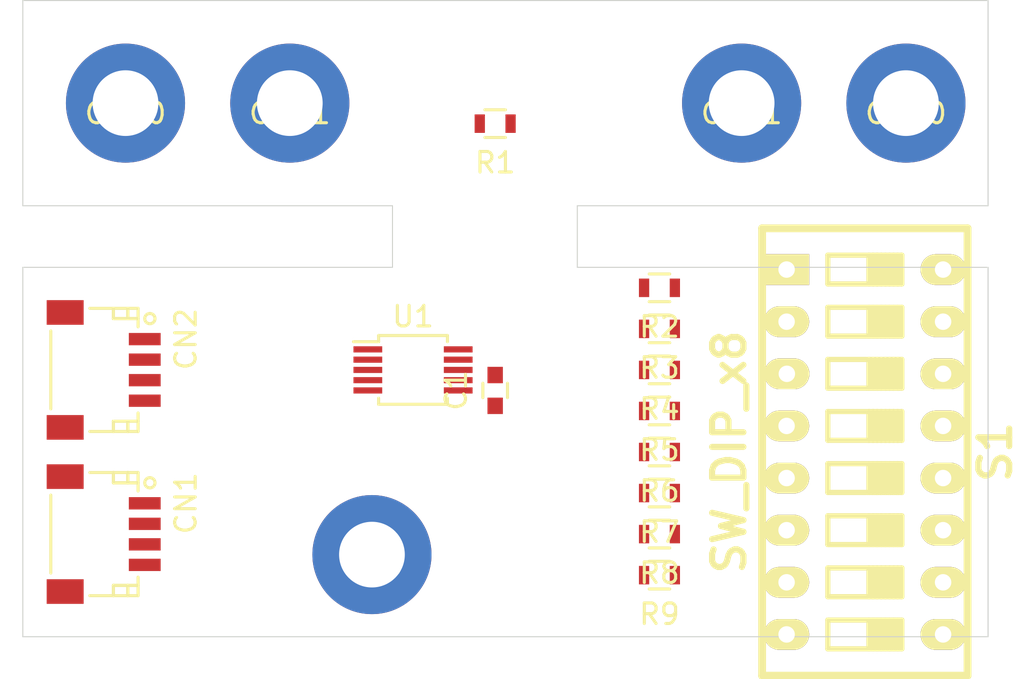
<source format=kicad_pcb>
(kicad_pcb (version 20171130) (host pcbnew 5.1.6-c6e7f7d~87~ubuntu18.04.1)

  (general
    (thickness 1.6)
    (drawings 12)
    (tracks 0)
    (zones 0)
    (modules 19)
    (nets 17)
  )

  (page A4)
  (layers
    (0 F.Cu signal)
    (31 B.Cu signal)
    (32 B.Adhes user)
    (33 F.Adhes user)
    (34 B.Paste user)
    (35 F.Paste user)
    (36 B.SilkS user)
    (37 F.SilkS user)
    (38 B.Mask user)
    (39 F.Mask user)
    (40 Dwgs.User user)
    (41 Cmts.User user)
    (42 Eco1.User user)
    (43 Eco2.User user)
    (44 Edge.Cuts user)
    (45 Margin user)
    (46 B.CrtYd user)
    (47 F.CrtYd user)
    (48 B.Fab user)
    (49 F.Fab user)
  )

  (setup
    (last_trace_width 0.25)
    (trace_clearance 0.2)
    (zone_clearance 0.508)
    (zone_45_only no)
    (trace_min 0.2)
    (via_size 0.8)
    (via_drill 0.4)
    (via_min_size 0.4)
    (via_min_drill 0.3)
    (uvia_size 0.3)
    (uvia_drill 0.1)
    (uvias_allowed no)
    (uvia_min_size 0.2)
    (uvia_min_drill 0.1)
    (edge_width 0.05)
    (segment_width 0.2)
    (pcb_text_width 0.3)
    (pcb_text_size 1.5 1.5)
    (mod_edge_width 0.12)
    (mod_text_size 1 1)
    (mod_text_width 0.15)
    (pad_size 1.524 1.524)
    (pad_drill 0.762)
    (pad_to_mask_clearance 0.05)
    (aux_axis_origin 0 0)
    (visible_elements FFFFFF7F)
    (pcbplotparams
      (layerselection 0x010fc_ffffffff)
      (usegerberextensions false)
      (usegerberattributes true)
      (usegerberadvancedattributes true)
      (creategerberjobfile true)
      (excludeedgelayer true)
      (linewidth 0.100000)
      (plotframeref false)
      (viasonmask false)
      (mode 1)
      (useauxorigin false)
      (hpglpennumber 1)
      (hpglpenspeed 20)
      (hpglpendiameter 15.000000)
      (psnegative false)
      (psa4output false)
      (plotreference true)
      (plotvalue true)
      (plotinvisibletext false)
      (padsonsilk false)
      (subtractmaskfromsilk false)
      (outputformat 1)
      (mirror false)
      (drillshape 1)
      (scaleselection 1)
      (outputdirectory ""))
  )

  (net 0 "")
  (net 1 +3V3)
  (net 2 GND)
  (net 3 /I2C_SDA)
  (net 4 /I2C_SCL)
  (net 5 "Net-(CN10-Pad1)")
  (net 6 "Net-(CN20-Pad1)")
  (net 7 "Net-(R2-Pad1)")
  (net 8 "Net-(R2-Pad2)")
  (net 9 "Net-(R3-Pad1)")
  (net 10 "Net-(R4-Pad1)")
  (net 11 "Net-(R5-Pad1)")
  (net 12 "Net-(R6-Pad1)")
  (net 13 "Net-(R6-Pad2)")
  (net 14 "Net-(R7-Pad1)")
  (net 15 "Net-(R8-Pad1)")
  (net 16 "Net-(R9-Pad1)")

  (net_class Default "This is the default net class."
    (clearance 0.2)
    (trace_width 0.25)
    (via_dia 0.8)
    (via_drill 0.4)
    (uvia_dia 0.3)
    (uvia_drill 0.1)
    (add_net +3V3)
    (add_net /I2C_SCL)
    (add_net /I2C_SDA)
    (add_net GND)
    (add_net "Net-(CN10-Pad1)")
    (add_net "Net-(CN20-Pad1)")
    (add_net "Net-(R2-Pad1)")
    (add_net "Net-(R2-Pad2)")
    (add_net "Net-(R3-Pad1)")
    (add_net "Net-(R4-Pad1)")
    (add_net "Net-(R5-Pad1)")
    (add_net "Net-(R6-Pad1)")
    (add_net "Net-(R6-Pad2)")
    (add_net "Net-(R7-Pad1)")
    (add_net "Net-(R8-Pad1)")
    (add_net "Net-(R9-Pad1)")
  )

  (module capacitors:C_0603 (layer F.Cu) (tedit 5415D631) (tstamp 5F20D332)
    (at 116 110 90)
    (descr "Capacitor SMD 0603, reflow soldering, AVX (see smccp.pdf)")
    (tags "capacitor 0603")
    (path /5F20F6C2)
    (attr smd)
    (fp_text reference C1 (at 0 -1.9 90) (layer F.SilkS)
      (effects (font (size 1 1) (thickness 0.15)))
    )
    (fp_text value "100 nF" (at 0 1.9 90) (layer F.Fab)
      (effects (font (size 1 1) (thickness 0.15)))
    )
    (fp_line (start 0.35 0.6) (end -0.35 0.6) (layer F.SilkS) (width 0.15))
    (fp_line (start -0.35 -0.6) (end 0.35 -0.6) (layer F.SilkS) (width 0.15))
    (fp_line (start 1.45 -0.75) (end 1.45 0.75) (layer F.CrtYd) (width 0.05))
    (fp_line (start -1.45 -0.75) (end -1.45 0.75) (layer F.CrtYd) (width 0.05))
    (fp_line (start -1.45 0.75) (end 1.45 0.75) (layer F.CrtYd) (width 0.05))
    (fp_line (start -1.45 -0.75) (end 1.45 -0.75) (layer F.CrtYd) (width 0.05))
    (pad 1 smd rect (at -0.75 0 90) (size 0.8 0.75) (layers F.Cu F.Paste F.Mask)
      (net 1 +3V3))
    (pad 2 smd rect (at 0.75 0 90) (size 0.8 0.75) (layers F.Cu F.Paste F.Mask)
      (net 2 GND))
    (model capacitors.3dshapes/C_0603.wrl
      (at (xyz 0 0 0))
      (scale (xyz 1 1 1))
      (rotate (xyz 0 0 0))
    )
  )

  (module connectors_JST_SH:Connectors_JST_SM04B-SRSS-TB (layer F.Cu) (tedit 55F6C32A) (tstamp 5F20D35E)
    (at 97 117 270)
    (descr "JST SH series connector, SM04B-SRSS-TB")
    (tags "connector jst sh")
    (path /5F20CB5C)
    (attr smd)
    (fp_text reference CN1 (at -1.5 -3.9375 90) (layer F.SilkS)
      (effects (font (size 1 1) (thickness 0.15)))
    )
    (fp_text value SM04B-SRSS-TB (at 0 4.2625 90) (layer F.Fab)
      (effects (font (size 1 1) (thickness 0.15)))
    )
    (fp_line (start 3.9 3.35) (end -3.9 3.35) (layer F.CrtYd) (width 0.05))
    (fp_line (start 3.9 -3.25) (end 3.9 3.35) (layer F.CrtYd) (width 0.05))
    (fp_line (start -3.9 -3.25) (end 3.9 -3.25) (layer F.CrtYd) (width 0.05))
    (fp_line (start -3.9 3.35) (end -3.9 -3.25) (layer F.CrtYd) (width 0.05))
    (fp_line (start 3 -0.4125) (end 2.5 -0.4125) (layer F.SilkS) (width 0.15))
    (fp_line (start 3 -0.4125) (end 3 -0.4125) (layer F.SilkS) (width 0.15))
    (fp_line (start 2.5 -0.4125) (end 3 -0.4125) (layer F.SilkS) (width 0.15))
    (fp_line (start 2.5 -0.4125) (end 2.5 -0.4125) (layer F.SilkS) (width 0.15))
    (fp_line (start 3 -1.1125) (end 2.5 -1.1125) (layer F.SilkS) (width 0.15))
    (fp_line (start 3 -1.1125) (end 3 -1.1125) (layer F.SilkS) (width 0.15))
    (fp_line (start 2.5 -1.1125) (end 3 -1.1125) (layer F.SilkS) (width 0.15))
    (fp_line (start 2.5 -1.1125) (end 2.5 -1.1125) (layer F.SilkS) (width 0.15))
    (fp_line (start 2.5 -1.6125) (end 2.5 -1.6125) (layer F.SilkS) (width 0.15))
    (fp_line (start 2.5 -0.4125) (end 2.5 -1.6125) (layer F.SilkS) (width 0.15))
    (fp_line (start 2.5 -0.4125) (end 2.5 -0.4125) (layer F.SilkS) (width 0.15))
    (fp_line (start 2.5 -1.6125) (end 2.5 -0.4125) (layer F.SilkS) (width 0.15))
    (fp_line (start 3 -1.6125) (end 2.1 -1.6125) (layer F.SilkS) (width 0.15))
    (fp_line (start 3 0.7375) (end 3 -1.6125) (layer F.SilkS) (width 0.15))
    (fp_line (start -3 -0.4125) (end -2.5 -0.4125) (layer F.SilkS) (width 0.15))
    (fp_line (start -3 -0.4125) (end -3 -0.4125) (layer F.SilkS) (width 0.15))
    (fp_line (start -2.5 -0.4125) (end -3 -0.4125) (layer F.SilkS) (width 0.15))
    (fp_line (start -2.5 -0.4125) (end -2.5 -0.4125) (layer F.SilkS) (width 0.15))
    (fp_line (start -3 -1.1125) (end -2.5 -1.1125) (layer F.SilkS) (width 0.15))
    (fp_line (start -3 -1.1125) (end -3 -1.1125) (layer F.SilkS) (width 0.15))
    (fp_line (start -2.5 -1.1125) (end -3 -1.1125) (layer F.SilkS) (width 0.15))
    (fp_line (start -2.5 -1.1125) (end -2.5 -1.1125) (layer F.SilkS) (width 0.15))
    (fp_line (start -2.5 -1.6125) (end -2.5 -1.6125) (layer F.SilkS) (width 0.15))
    (fp_line (start -2.5 -0.4125) (end -2.5 -1.6125) (layer F.SilkS) (width 0.15))
    (fp_line (start -2.5 -0.4125) (end -2.5 -0.4125) (layer F.SilkS) (width 0.15))
    (fp_line (start -2.5 -1.6125) (end -2.5 -0.4125) (layer F.SilkS) (width 0.15))
    (fp_line (start -3 -1.6125) (end -2.1 -1.6125) (layer F.SilkS) (width 0.15))
    (fp_line (start -3 0.7375) (end -3 -1.6125) (layer F.SilkS) (width 0.15))
    (fp_line (start -1.9 2.6375) (end 1.9 2.6375) (layer F.SilkS) (width 0.15))
    (fp_circle (center -2.5 -2.1875) (end -2.25 -2.1875) (layer F.SilkS) (width 0.15))
    (pad 1 smd rect (at -1.5 -1.9375 270) (size 0.6 1.55) (layers F.Cu F.Paste F.Mask)
      (net 2 GND))
    (pad 2 smd rect (at -0.5 -1.9375 270) (size 0.6 1.55) (layers F.Cu F.Paste F.Mask)
      (net 1 +3V3))
    (pad 3 smd rect (at 0.5 -1.9375 270) (size 0.6 1.55) (layers F.Cu F.Paste F.Mask)
      (net 3 /I2C_SDA))
    (pad 4 smd rect (at 1.5 -1.9375 270) (size 0.6 1.55) (layers F.Cu F.Paste F.Mask)
      (net 4 /I2C_SCL))
    (pad "" smd rect (at -2.8 1.9375 270) (size 1.2 1.8) (layers F.Cu F.Paste F.Mask))
    (pad "" smd rect (at 2.8 1.9375 270) (size 1.2 1.8) (layers F.Cu F.Paste F.Mask))
  )

  (module connectors_JST_SH:Connectors_JST_SM04B-SRSS-TB (layer F.Cu) (tedit 55F6C32A) (tstamp 5F20D38A)
    (at 97 109 270)
    (descr "JST SH series connector, SM04B-SRSS-TB")
    (tags "connector jst sh")
    (path /5F243508)
    (attr smd)
    (fp_text reference CN2 (at -1.5 -3.9375 90) (layer F.SilkS)
      (effects (font (size 1 1) (thickness 0.15)))
    )
    (fp_text value SM04B-SRSS-TB (at 0 4.2625 90) (layer F.Fab)
      (effects (font (size 1 1) (thickness 0.15)))
    )
    (fp_circle (center -2.5 -2.1875) (end -2.25 -2.1875) (layer F.SilkS) (width 0.15))
    (fp_line (start -1.9 2.6375) (end 1.9 2.6375) (layer F.SilkS) (width 0.15))
    (fp_line (start -3 0.7375) (end -3 -1.6125) (layer F.SilkS) (width 0.15))
    (fp_line (start -3 -1.6125) (end -2.1 -1.6125) (layer F.SilkS) (width 0.15))
    (fp_line (start -2.5 -1.6125) (end -2.5 -0.4125) (layer F.SilkS) (width 0.15))
    (fp_line (start -2.5 -0.4125) (end -2.5 -0.4125) (layer F.SilkS) (width 0.15))
    (fp_line (start -2.5 -0.4125) (end -2.5 -1.6125) (layer F.SilkS) (width 0.15))
    (fp_line (start -2.5 -1.6125) (end -2.5 -1.6125) (layer F.SilkS) (width 0.15))
    (fp_line (start -2.5 -1.1125) (end -2.5 -1.1125) (layer F.SilkS) (width 0.15))
    (fp_line (start -2.5 -1.1125) (end -3 -1.1125) (layer F.SilkS) (width 0.15))
    (fp_line (start -3 -1.1125) (end -3 -1.1125) (layer F.SilkS) (width 0.15))
    (fp_line (start -3 -1.1125) (end -2.5 -1.1125) (layer F.SilkS) (width 0.15))
    (fp_line (start -2.5 -0.4125) (end -2.5 -0.4125) (layer F.SilkS) (width 0.15))
    (fp_line (start -2.5 -0.4125) (end -3 -0.4125) (layer F.SilkS) (width 0.15))
    (fp_line (start -3 -0.4125) (end -3 -0.4125) (layer F.SilkS) (width 0.15))
    (fp_line (start -3 -0.4125) (end -2.5 -0.4125) (layer F.SilkS) (width 0.15))
    (fp_line (start 3 0.7375) (end 3 -1.6125) (layer F.SilkS) (width 0.15))
    (fp_line (start 3 -1.6125) (end 2.1 -1.6125) (layer F.SilkS) (width 0.15))
    (fp_line (start 2.5 -1.6125) (end 2.5 -0.4125) (layer F.SilkS) (width 0.15))
    (fp_line (start 2.5 -0.4125) (end 2.5 -0.4125) (layer F.SilkS) (width 0.15))
    (fp_line (start 2.5 -0.4125) (end 2.5 -1.6125) (layer F.SilkS) (width 0.15))
    (fp_line (start 2.5 -1.6125) (end 2.5 -1.6125) (layer F.SilkS) (width 0.15))
    (fp_line (start 2.5 -1.1125) (end 2.5 -1.1125) (layer F.SilkS) (width 0.15))
    (fp_line (start 2.5 -1.1125) (end 3 -1.1125) (layer F.SilkS) (width 0.15))
    (fp_line (start 3 -1.1125) (end 3 -1.1125) (layer F.SilkS) (width 0.15))
    (fp_line (start 3 -1.1125) (end 2.5 -1.1125) (layer F.SilkS) (width 0.15))
    (fp_line (start 2.5 -0.4125) (end 2.5 -0.4125) (layer F.SilkS) (width 0.15))
    (fp_line (start 2.5 -0.4125) (end 3 -0.4125) (layer F.SilkS) (width 0.15))
    (fp_line (start 3 -0.4125) (end 3 -0.4125) (layer F.SilkS) (width 0.15))
    (fp_line (start 3 -0.4125) (end 2.5 -0.4125) (layer F.SilkS) (width 0.15))
    (fp_line (start -3.9 3.35) (end -3.9 -3.25) (layer F.CrtYd) (width 0.05))
    (fp_line (start -3.9 -3.25) (end 3.9 -3.25) (layer F.CrtYd) (width 0.05))
    (fp_line (start 3.9 -3.25) (end 3.9 3.35) (layer F.CrtYd) (width 0.05))
    (fp_line (start 3.9 3.35) (end -3.9 3.35) (layer F.CrtYd) (width 0.05))
    (pad "" smd rect (at 2.8 1.9375 270) (size 1.2 1.8) (layers F.Cu F.Paste F.Mask))
    (pad "" smd rect (at -2.8 1.9375 270) (size 1.2 1.8) (layers F.Cu F.Paste F.Mask))
    (pad 4 smd rect (at 1.5 -1.9375 270) (size 0.6 1.55) (layers F.Cu F.Paste F.Mask)
      (net 4 /I2C_SCL))
    (pad 3 smd rect (at 0.5 -1.9375 270) (size 0.6 1.55) (layers F.Cu F.Paste F.Mask)
      (net 3 /I2C_SDA))
    (pad 2 smd rect (at -0.5 -1.9375 270) (size 0.6 1.55) (layers F.Cu F.Paste F.Mask)
      (net 1 +3V3))
    (pad 1 smd rect (at -1.5 -1.9375 270) (size 0.6 1.55) (layers F.Cu F.Paste F.Mask)
      (net 2 GND))
  )

  (module MECH_mounting_holes:MHP_3.2_5.8 (layer F.Cu) (tedit 5E383AC6) (tstamp 5F20DFE1)
    (at 110 118)
    (descr "Mounting hole plated, 3.2mm drill, 5.8mm diameter")
    (tags "Mounting hole plated, 3.2mm drill, 5.8mm diameter")
    (path /5F253085)
    (fp_text reference CN3 (at 0 0.5) (layer F.SilkS)
      (effects (font (size 1 1) (thickness 0.15)))
    )
    (fp_text value CONN_01X01 (at 0 -0.5) (layer F.Fab)
      (effects (font (size 1 1) (thickness 0.15)))
    )
    (pad 1 thru_hole circle (at 0 0) (size 5.8 5.8) (drill 3.2) (layers *.Cu *.Mask)
      (net 2 GND))
  )

  (module MECH_mounting_holes:MHP_3.2_5.8 (layer F.Cu) (tedit 5E383AC6) (tstamp 5F20D394)
    (at 98 96)
    (descr "Mounting hole plated, 3.2mm drill, 5.8mm diameter")
    (tags "Mounting hole plated, 3.2mm drill, 5.8mm diameter")
    (path /5F20C1E3)
    (fp_text reference CN10 (at 0 0.5) (layer F.SilkS)
      (effects (font (size 1 1) (thickness 0.15)))
    )
    (fp_text value CONN_01X01 (at 0 -0.5) (layer F.Fab)
      (effects (font (size 1 1) (thickness 0.15)))
    )
    (pad 1 thru_hole circle (at 0 0) (size 5.8 5.8) (drill 3.2) (layers *.Cu *.Mask)
      (net 5 "Net-(CN10-Pad1)"))
  )

  (module MECH_mounting_holes:MHP_3.2_5.8 (layer F.Cu) (tedit 5E383AC6) (tstamp 5F20D399)
    (at 106 96)
    (descr "Mounting hole plated, 3.2mm drill, 5.8mm diameter")
    (tags "Mounting hole plated, 3.2mm drill, 5.8mm diameter")
    (path /5F22C000)
    (fp_text reference CN11 (at 0 0.5) (layer F.SilkS)
      (effects (font (size 1 1) (thickness 0.15)))
    )
    (fp_text value CONN_01X01 (at 0 -0.5) (layer F.Fab)
      (effects (font (size 1 1) (thickness 0.15)))
    )
    (pad 1 thru_hole circle (at 0 0) (size 5.8 5.8) (drill 3.2) (layers *.Cu *.Mask)
      (net 5 "Net-(CN10-Pad1)"))
  )

  (module MECH_mounting_holes:MHP_3.2_5.8 (layer F.Cu) (tedit 5E383AC6) (tstamp 5F20D39E)
    (at 136 96)
    (descr "Mounting hole plated, 3.2mm drill, 5.8mm diameter")
    (tags "Mounting hole plated, 3.2mm drill, 5.8mm diameter")
    (path /5F22AC67)
    (fp_text reference CN20 (at 0 0.5) (layer F.SilkS)
      (effects (font (size 1 1) (thickness 0.15)))
    )
    (fp_text value CONN_01X01 (at 0 -0.5) (layer F.Fab)
      (effects (font (size 1 1) (thickness 0.15)))
    )
    (pad 1 thru_hole circle (at 0 0) (size 5.8 5.8) (drill 3.2) (layers *.Cu *.Mask)
      (net 6 "Net-(CN20-Pad1)"))
  )

  (module MECH_mounting_holes:MHP_3.2_5.8 (layer F.Cu) (tedit 5E383AC6) (tstamp 5F20D3A3)
    (at 128 96)
    (descr "Mounting hole plated, 3.2mm drill, 5.8mm diameter")
    (tags "Mounting hole plated, 3.2mm drill, 5.8mm diameter")
    (path /5F22AF77)
    (fp_text reference CN21 (at 0 0.5) (layer F.SilkS)
      (effects (font (size 1 1) (thickness 0.15)))
    )
    (fp_text value CONN_01X01 (at 0 -0.5) (layer F.Fab)
      (effects (font (size 1 1) (thickness 0.15)))
    )
    (pad 1 thru_hole circle (at 0 0) (size 5.8 5.8) (drill 3.2) (layers *.Cu *.Mask)
      (net 6 "Net-(CN20-Pad1)"))
  )

  (module resistors:R_0603 (layer F.Cu) (tedit 5415CC62) (tstamp 5F20D3AF)
    (at 116 97 180)
    (descr "Resistor SMD 0603, reflow soldering, Vishay (see dcrcw.pdf)")
    (tags "resistor 0603")
    (path /5F22A062)
    (attr smd)
    (fp_text reference R1 (at 0 -1.9) (layer F.SilkS)
      (effects (font (size 1 1) (thickness 0.15)))
    )
    (fp_text value "5 mOhm" (at 0 1.9) (layer F.Fab)
      (effects (font (size 1 1) (thickness 0.15)))
    )
    (fp_line (start -0.5 -0.675) (end 0.5 -0.675) (layer F.SilkS) (width 0.15))
    (fp_line (start 0.5 0.675) (end -0.5 0.675) (layer F.SilkS) (width 0.15))
    (fp_line (start 1.3 -0.8) (end 1.3 0.8) (layer F.CrtYd) (width 0.05))
    (fp_line (start -1.3 -0.8) (end -1.3 0.8) (layer F.CrtYd) (width 0.05))
    (fp_line (start -1.3 0.8) (end 1.3 0.8) (layer F.CrtYd) (width 0.05))
    (fp_line (start -1.3 -0.8) (end 1.3 -0.8) (layer F.CrtYd) (width 0.05))
    (pad 1 smd rect (at -0.75 0 180) (size 0.5 0.9) (layers F.Cu F.Paste F.Mask)
      (net 6 "Net-(CN20-Pad1)"))
    (pad 2 smd rect (at 0.75 0 180) (size 0.5 0.9) (layers F.Cu F.Paste F.Mask)
      (net 5 "Net-(CN10-Pad1)"))
    (model resistors.3dshapes/R_0603.wrl
      (at (xyz 0 0 0))
      (scale (xyz 1 1 1))
      (rotate (xyz 0 0 0))
    )
  )

  (module resistors:R_0603 (layer F.Cu) (tedit 5415CC62) (tstamp 5F20D3BB)
    (at 124 105 180)
    (descr "Resistor SMD 0603, reflow soldering, Vishay (see dcrcw.pdf)")
    (tags "resistor 0603")
    (path /5F211854)
    (attr smd)
    (fp_text reference R2 (at 0 -1.9) (layer F.SilkS)
      (effects (font (size 1 1) (thickness 0.15)))
    )
    (fp_text value 100 (at 0 1.9) (layer F.Fab)
      (effects (font (size 1 1) (thickness 0.15)))
    )
    (fp_line (start -0.5 -0.675) (end 0.5 -0.675) (layer F.SilkS) (width 0.15))
    (fp_line (start 0.5 0.675) (end -0.5 0.675) (layer F.SilkS) (width 0.15))
    (fp_line (start 1.3 -0.8) (end 1.3 0.8) (layer F.CrtYd) (width 0.05))
    (fp_line (start -1.3 -0.8) (end -1.3 0.8) (layer F.CrtYd) (width 0.05))
    (fp_line (start -1.3 0.8) (end 1.3 0.8) (layer F.CrtYd) (width 0.05))
    (fp_line (start -1.3 -0.8) (end 1.3 -0.8) (layer F.CrtYd) (width 0.05))
    (pad 1 smd rect (at -0.75 0 180) (size 0.5 0.9) (layers F.Cu F.Paste F.Mask)
      (net 7 "Net-(R2-Pad1)"))
    (pad 2 smd rect (at 0.75 0 180) (size 0.5 0.9) (layers F.Cu F.Paste F.Mask)
      (net 8 "Net-(R2-Pad2)"))
    (model resistors.3dshapes/R_0603.wrl
      (at (xyz 0 0 0))
      (scale (xyz 1 1 1))
      (rotate (xyz 0 0 0))
    )
  )

  (module resistors:R_0603 (layer F.Cu) (tedit 5415CC62) (tstamp 5F20D3C7)
    (at 124 107 180)
    (descr "Resistor SMD 0603, reflow soldering, Vishay (see dcrcw.pdf)")
    (tags "resistor 0603")
    (path /5F21398D)
    (attr smd)
    (fp_text reference R3 (at 0 -1.9) (layer F.SilkS)
      (effects (font (size 1 1) (thickness 0.15)))
    )
    (fp_text value 100 (at 0 1.9) (layer F.Fab)
      (effects (font (size 1 1) (thickness 0.15)))
    )
    (fp_line (start -1.3 -0.8) (end 1.3 -0.8) (layer F.CrtYd) (width 0.05))
    (fp_line (start -1.3 0.8) (end 1.3 0.8) (layer F.CrtYd) (width 0.05))
    (fp_line (start -1.3 -0.8) (end -1.3 0.8) (layer F.CrtYd) (width 0.05))
    (fp_line (start 1.3 -0.8) (end 1.3 0.8) (layer F.CrtYd) (width 0.05))
    (fp_line (start 0.5 0.675) (end -0.5 0.675) (layer F.SilkS) (width 0.15))
    (fp_line (start -0.5 -0.675) (end 0.5 -0.675) (layer F.SilkS) (width 0.15))
    (pad 2 smd rect (at 0.75 0 180) (size 0.5 0.9) (layers F.Cu F.Paste F.Mask)
      (net 8 "Net-(R2-Pad2)"))
    (pad 1 smd rect (at -0.75 0 180) (size 0.5 0.9) (layers F.Cu F.Paste F.Mask)
      (net 9 "Net-(R3-Pad1)"))
    (model resistors.3dshapes/R_0603.wrl
      (at (xyz 0 0 0))
      (scale (xyz 1 1 1))
      (rotate (xyz 0 0 0))
    )
  )

  (module resistors:R_0603 (layer F.Cu) (tedit 5415CC62) (tstamp 5F20D3D3)
    (at 124 109 180)
    (descr "Resistor SMD 0603, reflow soldering, Vishay (see dcrcw.pdf)")
    (tags "resistor 0603")
    (path /5F2143C3)
    (attr smd)
    (fp_text reference R4 (at 0 -1.9) (layer F.SilkS)
      (effects (font (size 1 1) (thickness 0.15)))
    )
    (fp_text value 100 (at 0 1.9) (layer F.Fab)
      (effects (font (size 1 1) (thickness 0.15)))
    )
    (fp_line (start -0.5 -0.675) (end 0.5 -0.675) (layer F.SilkS) (width 0.15))
    (fp_line (start 0.5 0.675) (end -0.5 0.675) (layer F.SilkS) (width 0.15))
    (fp_line (start 1.3 -0.8) (end 1.3 0.8) (layer F.CrtYd) (width 0.05))
    (fp_line (start -1.3 -0.8) (end -1.3 0.8) (layer F.CrtYd) (width 0.05))
    (fp_line (start -1.3 0.8) (end 1.3 0.8) (layer F.CrtYd) (width 0.05))
    (fp_line (start -1.3 -0.8) (end 1.3 -0.8) (layer F.CrtYd) (width 0.05))
    (pad 1 smd rect (at -0.75 0 180) (size 0.5 0.9) (layers F.Cu F.Paste F.Mask)
      (net 10 "Net-(R4-Pad1)"))
    (pad 2 smd rect (at 0.75 0 180) (size 0.5 0.9) (layers F.Cu F.Paste F.Mask)
      (net 8 "Net-(R2-Pad2)"))
    (model resistors.3dshapes/R_0603.wrl
      (at (xyz 0 0 0))
      (scale (xyz 1 1 1))
      (rotate (xyz 0 0 0))
    )
  )

  (module resistors:R_0603 (layer F.Cu) (tedit 5415CC62) (tstamp 5F20D3DF)
    (at 124 111 180)
    (descr "Resistor SMD 0603, reflow soldering, Vishay (see dcrcw.pdf)")
    (tags "resistor 0603")
    (path /5F2143CD)
    (attr smd)
    (fp_text reference R5 (at 0 -1.9) (layer F.SilkS)
      (effects (font (size 1 1) (thickness 0.15)))
    )
    (fp_text value 100 (at 0 1.9) (layer F.Fab)
      (effects (font (size 1 1) (thickness 0.15)))
    )
    (fp_line (start -1.3 -0.8) (end 1.3 -0.8) (layer F.CrtYd) (width 0.05))
    (fp_line (start -1.3 0.8) (end 1.3 0.8) (layer F.CrtYd) (width 0.05))
    (fp_line (start -1.3 -0.8) (end -1.3 0.8) (layer F.CrtYd) (width 0.05))
    (fp_line (start 1.3 -0.8) (end 1.3 0.8) (layer F.CrtYd) (width 0.05))
    (fp_line (start 0.5 0.675) (end -0.5 0.675) (layer F.SilkS) (width 0.15))
    (fp_line (start -0.5 -0.675) (end 0.5 -0.675) (layer F.SilkS) (width 0.15))
    (pad 2 smd rect (at 0.75 0 180) (size 0.5 0.9) (layers F.Cu F.Paste F.Mask)
      (net 8 "Net-(R2-Pad2)"))
    (pad 1 smd rect (at -0.75 0 180) (size 0.5 0.9) (layers F.Cu F.Paste F.Mask)
      (net 11 "Net-(R5-Pad1)"))
    (model resistors.3dshapes/R_0603.wrl
      (at (xyz 0 0 0))
      (scale (xyz 1 1 1))
      (rotate (xyz 0 0 0))
    )
  )

  (module resistors:R_0603 (layer F.Cu) (tedit 5415CC62) (tstamp 5F20D3EB)
    (at 124 113 180)
    (descr "Resistor SMD 0603, reflow soldering, Vishay (see dcrcw.pdf)")
    (tags "resistor 0603")
    (path /5F216055)
    (attr smd)
    (fp_text reference R6 (at 0 -1.9) (layer F.SilkS)
      (effects (font (size 1 1) (thickness 0.15)))
    )
    (fp_text value 100 (at 0 1.9) (layer F.Fab)
      (effects (font (size 1 1) (thickness 0.15)))
    )
    (fp_line (start -0.5 -0.675) (end 0.5 -0.675) (layer F.SilkS) (width 0.15))
    (fp_line (start 0.5 0.675) (end -0.5 0.675) (layer F.SilkS) (width 0.15))
    (fp_line (start 1.3 -0.8) (end 1.3 0.8) (layer F.CrtYd) (width 0.05))
    (fp_line (start -1.3 -0.8) (end -1.3 0.8) (layer F.CrtYd) (width 0.05))
    (fp_line (start -1.3 0.8) (end 1.3 0.8) (layer F.CrtYd) (width 0.05))
    (fp_line (start -1.3 -0.8) (end 1.3 -0.8) (layer F.CrtYd) (width 0.05))
    (pad 1 smd rect (at -0.75 0 180) (size 0.5 0.9) (layers F.Cu F.Paste F.Mask)
      (net 12 "Net-(R6-Pad1)"))
    (pad 2 smd rect (at 0.75 0 180) (size 0.5 0.9) (layers F.Cu F.Paste F.Mask)
      (net 13 "Net-(R6-Pad2)"))
    (model resistors.3dshapes/R_0603.wrl
      (at (xyz 0 0 0))
      (scale (xyz 1 1 1))
      (rotate (xyz 0 0 0))
    )
  )

  (module resistors:R_0603 (layer F.Cu) (tedit 5415CC62) (tstamp 5F20D3F7)
    (at 124 115 180)
    (descr "Resistor SMD 0603, reflow soldering, Vishay (see dcrcw.pdf)")
    (tags "resistor 0603")
    (path /5F21605F)
    (attr smd)
    (fp_text reference R7 (at 0 -1.9) (layer F.SilkS)
      (effects (font (size 1 1) (thickness 0.15)))
    )
    (fp_text value 100 (at 0 1.9) (layer F.Fab)
      (effects (font (size 1 1) (thickness 0.15)))
    )
    (fp_line (start -1.3 -0.8) (end 1.3 -0.8) (layer F.CrtYd) (width 0.05))
    (fp_line (start -1.3 0.8) (end 1.3 0.8) (layer F.CrtYd) (width 0.05))
    (fp_line (start -1.3 -0.8) (end -1.3 0.8) (layer F.CrtYd) (width 0.05))
    (fp_line (start 1.3 -0.8) (end 1.3 0.8) (layer F.CrtYd) (width 0.05))
    (fp_line (start 0.5 0.675) (end -0.5 0.675) (layer F.SilkS) (width 0.15))
    (fp_line (start -0.5 -0.675) (end 0.5 -0.675) (layer F.SilkS) (width 0.15))
    (pad 2 smd rect (at 0.75 0 180) (size 0.5 0.9) (layers F.Cu F.Paste F.Mask)
      (net 13 "Net-(R6-Pad2)"))
    (pad 1 smd rect (at -0.75 0 180) (size 0.5 0.9) (layers F.Cu F.Paste F.Mask)
      (net 14 "Net-(R7-Pad1)"))
    (model resistors.3dshapes/R_0603.wrl
      (at (xyz 0 0 0))
      (scale (xyz 1 1 1))
      (rotate (xyz 0 0 0))
    )
  )

  (module resistors:R_0603 (layer F.Cu) (tedit 5415CC62) (tstamp 5F20D403)
    (at 124 117 180)
    (descr "Resistor SMD 0603, reflow soldering, Vishay (see dcrcw.pdf)")
    (tags "resistor 0603")
    (path /5F216069)
    (attr smd)
    (fp_text reference R8 (at 0 -1.9) (layer F.SilkS)
      (effects (font (size 1 1) (thickness 0.15)))
    )
    (fp_text value 100 (at 0 1.9) (layer F.Fab)
      (effects (font (size 1 1) (thickness 0.15)))
    )
    (fp_line (start -0.5 -0.675) (end 0.5 -0.675) (layer F.SilkS) (width 0.15))
    (fp_line (start 0.5 0.675) (end -0.5 0.675) (layer F.SilkS) (width 0.15))
    (fp_line (start 1.3 -0.8) (end 1.3 0.8) (layer F.CrtYd) (width 0.05))
    (fp_line (start -1.3 -0.8) (end -1.3 0.8) (layer F.CrtYd) (width 0.05))
    (fp_line (start -1.3 0.8) (end 1.3 0.8) (layer F.CrtYd) (width 0.05))
    (fp_line (start -1.3 -0.8) (end 1.3 -0.8) (layer F.CrtYd) (width 0.05))
    (pad 1 smd rect (at -0.75 0 180) (size 0.5 0.9) (layers F.Cu F.Paste F.Mask)
      (net 15 "Net-(R8-Pad1)"))
    (pad 2 smd rect (at 0.75 0 180) (size 0.5 0.9) (layers F.Cu F.Paste F.Mask)
      (net 13 "Net-(R6-Pad2)"))
    (model resistors.3dshapes/R_0603.wrl
      (at (xyz 0 0 0))
      (scale (xyz 1 1 1))
      (rotate (xyz 0 0 0))
    )
  )

  (module resistors:R_0603 (layer F.Cu) (tedit 5415CC62) (tstamp 5F20D40F)
    (at 124 119 180)
    (descr "Resistor SMD 0603, reflow soldering, Vishay (see dcrcw.pdf)")
    (tags "resistor 0603")
    (path /5F216073)
    (attr smd)
    (fp_text reference R9 (at 0 -1.9) (layer F.SilkS)
      (effects (font (size 1 1) (thickness 0.15)))
    )
    (fp_text value 100 (at 0 1.9) (layer F.Fab)
      (effects (font (size 1 1) (thickness 0.15)))
    )
    (fp_line (start -1.3 -0.8) (end 1.3 -0.8) (layer F.CrtYd) (width 0.05))
    (fp_line (start -1.3 0.8) (end 1.3 0.8) (layer F.CrtYd) (width 0.05))
    (fp_line (start -1.3 -0.8) (end -1.3 0.8) (layer F.CrtYd) (width 0.05))
    (fp_line (start 1.3 -0.8) (end 1.3 0.8) (layer F.CrtYd) (width 0.05))
    (fp_line (start 0.5 0.675) (end -0.5 0.675) (layer F.SilkS) (width 0.15))
    (fp_line (start -0.5 -0.675) (end 0.5 -0.675) (layer F.SilkS) (width 0.15))
    (pad 2 smd rect (at 0.75 0 180) (size 0.5 0.9) (layers F.Cu F.Paste F.Mask)
      (net 13 "Net-(R6-Pad2)"))
    (pad 1 smd rect (at -0.75 0 180) (size 0.5 0.9) (layers F.Cu F.Paste F.Mask)
      (net 16 "Net-(R9-Pad1)"))
    (model resistors.3dshapes/R_0603.wrl
      (at (xyz 0 0 0))
      (scale (xyz 1 1 1))
      (rotate (xyz 0 0 0))
    )
  )

  (module mechanical-switches:dip_8-300 (layer F.Cu) (tedit 0) (tstamp 5F20D487)
    (at 134 113 270)
    (descr "Dip switch, DIL16 x 0,3\"")
    (tags DIP)
    (path /5F20D446)
    (fp_text reference S1 (at 0 -6.35 90) (layer F.SilkS)
      (effects (font (size 1.4986 1.4986) (thickness 0.29972)))
    )
    (fp_text value SW_DIP_x8 (at 0 6.604 90) (layer F.SilkS)
      (effects (font (size 1.524 1.4986) (thickness 0.29718)))
    )
    (fp_line (start -10.89914 5.00126) (end -10.89914 -5.00126) (layer F.SilkS) (width 0.381))
    (fp_line (start 10.89914 -4.99872) (end 10.89914 5.00126) (layer F.SilkS) (width 0.381))
    (fp_line (start 1.97104 -1.80086) (end 0.56896 -1.80086) (layer F.SilkS) (width 0.254))
    (fp_line (start 1.97104 1.80086) (end 1.97104 -1.80086) (layer F.SilkS) (width 0.254))
    (fp_line (start 0.56896 1.80086) (end 1.97104 1.80086) (layer F.SilkS) (width 0.254))
    (fp_line (start 0.56896 -1.80086) (end 0.56896 1.80086) (layer F.SilkS) (width 0.254))
    (fp_line (start 0.56896 -0.20066) (end 1.97104 -0.20066) (layer F.SilkS) (width 0.254))
    (fp_line (start 0.56896 -0.40132) (end 1.97104 -0.40132) (layer F.SilkS) (width 0.254))
    (fp_line (start 0.56896 -0.8001) (end 1.97104 -0.8001) (layer F.SilkS) (width 0.254))
    (fp_line (start 0.56896 -0.59944) (end 1.97104 -0.59944) (layer F.SilkS) (width 0.254))
    (fp_line (start 0.56896 -1.39954) (end 1.97104 -1.39954) (layer F.SilkS) (width 0.254))
    (fp_line (start 0.56896 -1.6002) (end 1.97104 -1.6002) (layer F.SilkS) (width 0.254))
    (fp_line (start 0.56896 -1.20142) (end 1.97104 -1.20142) (layer F.SilkS) (width 0.254))
    (fp_line (start 0.56896 -1.00076) (end 1.97104 -1.00076) (layer F.SilkS) (width 0.254))
    (fp_line (start -1.97104 -1.00076) (end -0.56896 -1.00076) (layer F.SilkS) (width 0.254))
    (fp_line (start -1.97104 -1.20142) (end -0.56896 -1.20142) (layer F.SilkS) (width 0.254))
    (fp_line (start -1.97104 -1.6002) (end -0.56896 -1.6002) (layer F.SilkS) (width 0.254))
    (fp_line (start -1.97104 -1.39954) (end -0.56896 -1.39954) (layer F.SilkS) (width 0.254))
    (fp_line (start -1.97104 -0.59944) (end -0.56896 -0.59944) (layer F.SilkS) (width 0.254))
    (fp_line (start -1.97104 -0.8001) (end -0.56896 -0.8001) (layer F.SilkS) (width 0.254))
    (fp_line (start -1.97104 -0.40132) (end -0.56896 -0.40132) (layer F.SilkS) (width 0.254))
    (fp_line (start -1.97104 -0.20066) (end -0.56896 -0.20066) (layer F.SilkS) (width 0.254))
    (fp_line (start -1.97104 -1.80086) (end -1.97104 1.80086) (layer F.SilkS) (width 0.254))
    (fp_line (start -1.97104 1.80086) (end -0.56896 1.80086) (layer F.SilkS) (width 0.254))
    (fp_line (start -0.56896 1.80086) (end -0.56896 -1.80086) (layer F.SilkS) (width 0.254))
    (fp_line (start -0.56896 -1.80086) (end -1.97104 -1.80086) (layer F.SilkS) (width 0.254))
    (fp_line (start -5.64896 -1.80086) (end -7.05104 -1.80086) (layer F.SilkS) (width 0.254))
    (fp_line (start -5.64896 1.80086) (end -5.64896 -1.80086) (layer F.SilkS) (width 0.254))
    (fp_line (start -7.05104 1.80086) (end -5.64896 1.80086) (layer F.SilkS) (width 0.254))
    (fp_line (start -7.05104 -1.80086) (end -7.05104 1.80086) (layer F.SilkS) (width 0.254))
    (fp_line (start -7.05104 -0.20066) (end -5.64896 -0.20066) (layer F.SilkS) (width 0.254))
    (fp_line (start -7.05104 -0.40132) (end -5.64896 -0.40132) (layer F.SilkS) (width 0.254))
    (fp_line (start -7.05104 -0.8001) (end -5.64896 -0.8001) (layer F.SilkS) (width 0.254))
    (fp_line (start -7.05104 -0.59944) (end -5.64896 -0.59944) (layer F.SilkS) (width 0.254))
    (fp_line (start -7.05104 -1.39954) (end -5.64896 -1.39954) (layer F.SilkS) (width 0.254))
    (fp_line (start -7.05104 -1.6002) (end -5.64896 -1.6002) (layer F.SilkS) (width 0.254))
    (fp_line (start -7.05104 -1.20142) (end -5.64896 -1.20142) (layer F.SilkS) (width 0.254))
    (fp_line (start -7.05104 -1.00076) (end -5.64896 -1.00076) (layer F.SilkS) (width 0.254))
    (fp_line (start -9.59104 -1.00076) (end -8.18896 -1.00076) (layer F.SilkS) (width 0.254))
    (fp_line (start -9.59104 -1.20142) (end -8.18896 -1.20142) (layer F.SilkS) (width 0.254))
    (fp_line (start -9.59104 -1.6002) (end -8.18896 -1.6002) (layer F.SilkS) (width 0.254))
    (fp_line (start -9.59104 -1.39954) (end -8.18896 -1.39954) (layer F.SilkS) (width 0.254))
    (fp_line (start -9.59104 -0.59944) (end -8.18896 -0.59944) (layer F.SilkS) (width 0.254))
    (fp_line (start -9.59104 -0.8001) (end -8.18896 -0.8001) (layer F.SilkS) (width 0.254))
    (fp_line (start -9.59104 -0.40132) (end -8.18896 -0.40132) (layer F.SilkS) (width 0.254))
    (fp_line (start -9.59104 -0.20066) (end -8.18896 -0.20066) (layer F.SilkS) (width 0.254))
    (fp_line (start -9.59104 -1.80086) (end -9.59104 1.80086) (layer F.SilkS) (width 0.254))
    (fp_line (start -9.59104 1.80086) (end -8.18896 1.80086) (layer F.SilkS) (width 0.254))
    (fp_line (start -8.18896 1.80086) (end -8.18896 -1.80086) (layer F.SilkS) (width 0.254))
    (fp_line (start -8.18896 -1.80086) (end -9.59104 -1.80086) (layer F.SilkS) (width 0.254))
    (fp_line (start -4.51104 -1.00076) (end -3.10896 -1.00076) (layer F.SilkS) (width 0.254))
    (fp_line (start -4.51104 -1.20142) (end -3.10896 -1.20142) (layer F.SilkS) (width 0.254))
    (fp_line (start -4.51104 -1.6002) (end -3.10896 -1.6002) (layer F.SilkS) (width 0.254))
    (fp_line (start -4.51104 -1.39954) (end -3.10896 -1.39954) (layer F.SilkS) (width 0.254))
    (fp_line (start -4.51104 -0.59944) (end -3.10896 -0.59944) (layer F.SilkS) (width 0.254))
    (fp_line (start -4.51104 -0.8001) (end -3.10896 -0.8001) (layer F.SilkS) (width 0.254))
    (fp_line (start -4.51104 -0.40132) (end -3.10896 -0.40132) (layer F.SilkS) (width 0.254))
    (fp_line (start -4.51104 -0.20066) (end -3.10896 -0.20066) (layer F.SilkS) (width 0.254))
    (fp_line (start -4.51104 -1.80086) (end -4.51104 1.80086) (layer F.SilkS) (width 0.254))
    (fp_line (start -4.51104 1.80086) (end -3.10896 1.80086) (layer F.SilkS) (width 0.254))
    (fp_line (start -3.10896 1.80086) (end -3.10896 -1.80086) (layer F.SilkS) (width 0.254))
    (fp_line (start -3.10896 -1.80086) (end -4.51104 -1.80086) (layer F.SilkS) (width 0.254))
    (fp_line (start 9.59104 -1.80086) (end 8.18896 -1.80086) (layer F.SilkS) (width 0.254))
    (fp_line (start 9.59104 1.80086) (end 9.59104 -1.80086) (layer F.SilkS) (width 0.254))
    (fp_line (start 8.18896 1.80086) (end 9.59104 1.80086) (layer F.SilkS) (width 0.254))
    (fp_line (start 8.18896 -1.80086) (end 8.18896 1.80086) (layer F.SilkS) (width 0.254))
    (fp_line (start 8.18896 -0.20066) (end 9.59104 -0.20066) (layer F.SilkS) (width 0.254))
    (fp_line (start 8.18896 -0.40132) (end 9.59104 -0.40132) (layer F.SilkS) (width 0.254))
    (fp_line (start 8.18896 -0.8001) (end 9.59104 -0.8001) (layer F.SilkS) (width 0.254))
    (fp_line (start 8.18896 -0.59944) (end 9.59104 -0.59944) (layer F.SilkS) (width 0.254))
    (fp_line (start 8.18896 -1.39954) (end 9.59104 -1.39954) (layer F.SilkS) (width 0.254))
    (fp_line (start 8.18896 -1.6002) (end 9.59104 -1.6002) (layer F.SilkS) (width 0.254))
    (fp_line (start 8.18896 -1.20142) (end 9.59104 -1.20142) (layer F.SilkS) (width 0.254))
    (fp_line (start 8.18896 -1.00076) (end 9.59104 -1.00076) (layer F.SilkS) (width 0.254))
    (fp_line (start 7.05104 -1.80086) (end 5.64896 -1.80086) (layer F.SilkS) (width 0.254))
    (fp_line (start 7.05104 1.80086) (end 7.05104 -1.80086) (layer F.SilkS) (width 0.254))
    (fp_line (start 5.64896 1.80086) (end 7.05104 1.80086) (layer F.SilkS) (width 0.254))
    (fp_line (start 5.64896 -1.80086) (end 5.64896 1.80086) (layer F.SilkS) (width 0.254))
    (fp_line (start 5.64896 -0.20066) (end 7.05104 -0.20066) (layer F.SilkS) (width 0.254))
    (fp_line (start 5.64896 -0.40132) (end 7.05104 -0.40132) (layer F.SilkS) (width 0.254))
    (fp_line (start 5.64896 -0.8001) (end 7.05104 -0.8001) (layer F.SilkS) (width 0.254))
    (fp_line (start 5.64896 -0.59944) (end 7.05104 -0.59944) (layer F.SilkS) (width 0.254))
    (fp_line (start 5.64896 -1.39954) (end 7.05104 -1.39954) (layer F.SilkS) (width 0.254))
    (fp_line (start 5.64896 -1.6002) (end 7.05104 -1.6002) (layer F.SilkS) (width 0.254))
    (fp_line (start 5.64896 -1.20142) (end 7.05104 -1.20142) (layer F.SilkS) (width 0.254))
    (fp_line (start 5.64896 -1.00076) (end 7.05104 -1.00076) (layer F.SilkS) (width 0.254))
    (fp_line (start 3.10896 -1.00076) (end 4.51104 -1.00076) (layer F.SilkS) (width 0.254))
    (fp_line (start 3.10896 -1.20142) (end 4.51104 -1.20142) (layer F.SilkS) (width 0.254))
    (fp_line (start 3.10896 -1.6002) (end 4.51104 -1.6002) (layer F.SilkS) (width 0.254))
    (fp_line (start 3.10896 -1.39954) (end 4.51104 -1.39954) (layer F.SilkS) (width 0.254))
    (fp_line (start 3.10896 -0.59944) (end 4.51104 -0.59944) (layer F.SilkS) (width 0.254))
    (fp_line (start 3.10896 -0.8001) (end 4.51104 -0.8001) (layer F.SilkS) (width 0.254))
    (fp_line (start 3.10896 -0.40132) (end 4.51104 -0.40132) (layer F.SilkS) (width 0.254))
    (fp_line (start 3.10896 -0.20066) (end 4.51104 -0.20066) (layer F.SilkS) (width 0.254))
    (fp_line (start 3.10896 -1.80086) (end 3.10896 1.80086) (layer F.SilkS) (width 0.254))
    (fp_line (start 3.10896 1.80086) (end 4.51104 1.80086) (layer F.SilkS) (width 0.254))
    (fp_line (start 4.51104 1.80086) (end 4.51104 -1.80086) (layer F.SilkS) (width 0.254))
    (fp_line (start 4.51104 -1.80086) (end 3.10896 -1.80086) (layer F.SilkS) (width 0.254))
    (fp_line (start -10.89914 -5.00126) (end 10.89914 -5.00126) (layer F.SilkS) (width 0.381))
    (fp_line (start 10.89914 5.00126) (end -10.89914 5.00126) (layer F.SilkS) (width 0.381))
    (pad 1 thru_hole rect (at -8.89 3.81 270) (size 1.4986 2.1971) (drill 0.8001) (layers *.Cu *.Mask F.SilkS)
      (net 7 "Net-(R2-Pad1)"))
    (pad 2 thru_hole oval (at -6.35 3.81 270) (size 1.4986 2.1971) (drill 0.8001) (layers *.Cu *.Mask F.SilkS)
      (net 9 "Net-(R3-Pad1)"))
    (pad 3 thru_hole oval (at -3.81 3.7973 270) (size 1.4986 2.1971) (drill 0.8001) (layers *.Cu *.Mask F.SilkS)
      (net 10 "Net-(R4-Pad1)"))
    (pad 4 thru_hole oval (at -1.27 3.81 270) (size 1.4986 2.1971) (drill 0.8001) (layers *.Cu *.Mask F.SilkS)
      (net 11 "Net-(R5-Pad1)"))
    (pad 5 thru_hole oval (at 1.27 3.81 270) (size 1.4986 2.1971) (drill 0.8001) (layers *.Cu *.Mask F.SilkS)
      (net 12 "Net-(R6-Pad1)"))
    (pad 6 thru_hole oval (at 3.81 3.81 270) (size 1.4986 2.1971) (drill 0.8001) (layers *.Cu *.Mask F.SilkS)
      (net 14 "Net-(R7-Pad1)"))
    (pad 7 thru_hole oval (at 6.35 3.81 270) (size 1.4986 2.1971) (drill 0.8001) (layers *.Cu *.Mask F.SilkS)
      (net 15 "Net-(R8-Pad1)"))
    (pad 8 thru_hole oval (at 8.89 3.81 270) (size 1.4986 2.1971) (drill 0.8001) (layers *.Cu *.Mask F.SilkS)
      (net 16 "Net-(R9-Pad1)"))
    (pad 9 thru_hole oval (at 8.89 -3.81 270) (size 1.4986 2.1971) (drill 0.8001) (layers *.Cu *.Mask F.SilkS)
      (net 4 /I2C_SCL))
    (pad 10 thru_hole oval (at 6.35 -3.81 270) (size 1.4986 2.1971) (drill 0.8001) (layers *.Cu *.Mask F.SilkS)
      (net 3 /I2C_SDA))
    (pad 11 thru_hole oval (at 3.81 -3.81 270) (size 1.4986 2.1971) (drill 0.8001) (layers *.Cu *.Mask F.SilkS)
      (net 2 GND))
    (pad 12 thru_hole oval (at 1.27 -3.81 270) (size 1.4986 2.1971) (drill 0.8001) (layers *.Cu *.Mask F.SilkS)
      (net 1 +3V3))
    (pad 13 thru_hole oval (at -1.27 -3.81 270) (size 1.4986 2.1971) (drill 0.8001) (layers *.Cu *.Mask F.SilkS)
      (net 4 /I2C_SCL))
    (pad 14 thru_hole oval (at -3.81 -3.81 270) (size 1.4986 2.1971) (drill 0.8001) (layers *.Cu *.Mask F.SilkS)
      (net 3 /I2C_SDA))
    (pad 15 thru_hole oval (at -6.35 -3.81 270) (size 1.4986 2.1971) (drill 0.8001) (layers *.Cu *.Mask F.SilkS)
      (net 2 GND))
    (pad 16 thru_hole oval (at -8.89 -3.81 270) (size 1.4986 2.1971) (drill 0.8001) (layers *.Cu *.Mask F.SilkS)
      (net 1 +3V3))
    (model mechanical-switches.3dshapes/dip_8-300.wrl
      (at (xyz 0 0 0))
      (scale (xyz 1 1 1))
      (rotate (xyz 0 0 0))
    )
  )

  (module SSOP:MSOP-10_3x3mm_Pitch0.5mm (layer F.Cu) (tedit 54130A77) (tstamp 5F20D4A0)
    (at 112 109)
    (descr "10-Lead Plastic Micro Small Outline Package (MS) [MSOP] (see Microchip Packaging Specification 00000049BS.pdf)")
    (tags "SSOP 0.5")
    (path /5F20BD46)
    (attr smd)
    (fp_text reference U1 (at 0 -2.6) (layer F.SilkS)
      (effects (font (size 1 1) (thickness 0.15)))
    )
    (fp_text value INA226 (at 0 2.6) (layer F.Fab)
      (effects (font (size 1 1) (thickness 0.15)))
    )
    (fp_line (start -1.675 -1.375) (end -2.9 -1.375) (layer F.SilkS) (width 0.15))
    (fp_line (start -1.675 1.675) (end 1.675 1.675) (layer F.SilkS) (width 0.15))
    (fp_line (start -1.675 -1.675) (end 1.675 -1.675) (layer F.SilkS) (width 0.15))
    (fp_line (start -1.675 1.675) (end -1.675 1.375) (layer F.SilkS) (width 0.15))
    (fp_line (start 1.675 1.675) (end 1.675 1.375) (layer F.SilkS) (width 0.15))
    (fp_line (start 1.675 -1.675) (end 1.675 -1.375) (layer F.SilkS) (width 0.15))
    (fp_line (start -1.675 -1.675) (end -1.675 -1.375) (layer F.SilkS) (width 0.15))
    (fp_line (start -3.15 1.85) (end 3.15 1.85) (layer F.CrtYd) (width 0.05))
    (fp_line (start -3.15 -1.85) (end 3.15 -1.85) (layer F.CrtYd) (width 0.05))
    (fp_line (start 3.15 -1.85) (end 3.15 1.85) (layer F.CrtYd) (width 0.05))
    (fp_line (start -3.15 -1.85) (end -3.15 1.85) (layer F.CrtYd) (width 0.05))
    (pad 1 smd rect (at -2.2 -1) (size 1.4 0.3) (layers F.Cu F.Paste F.Mask)
      (net 13 "Net-(R6-Pad2)"))
    (pad 2 smd rect (at -2.2 -0.5) (size 1.4 0.3) (layers F.Cu F.Paste F.Mask)
      (net 8 "Net-(R2-Pad2)"))
    (pad 3 smd rect (at -2.2 0) (size 1.4 0.3) (layers F.Cu F.Paste F.Mask))
    (pad 4 smd rect (at -2.2 0.5) (size 1.4 0.3) (layers F.Cu F.Paste F.Mask)
      (net 3 /I2C_SDA))
    (pad 5 smd rect (at -2.2 1) (size 1.4 0.3) (layers F.Cu F.Paste F.Mask)
      (net 4 /I2C_SCL))
    (pad 6 smd rect (at 2.2 1) (size 1.4 0.3) (layers F.Cu F.Paste F.Mask)
      (net 1 +3V3))
    (pad 7 smd rect (at 2.2 0.5) (size 1.4 0.3) (layers F.Cu F.Paste F.Mask)
      (net 2 GND))
    (pad 8 smd rect (at 2.2 0) (size 1.4 0.3) (layers F.Cu F.Paste F.Mask)
      (net 5 "Net-(CN10-Pad1)"))
    (pad 9 smd rect (at 2.2 -0.5) (size 1.4 0.3) (layers F.Cu F.Paste F.Mask)
      (net 6 "Net-(CN20-Pad1)"))
    (pad 10 smd rect (at 2.2 -1) (size 1.4 0.3) (layers F.Cu F.Paste F.Mask)
      (net 5 "Net-(CN10-Pad1)"))
    (model SSOP.3dshapes/MSOP-10_3x3mm_Pitch0.5mm.wrl
      (at (xyz 0 0 0))
      (scale (xyz 1 1 1))
      (rotate (xyz 0 0 0))
    )
  )

  (gr_line (start 140 91) (end 93 91) (layer Edge.Cuts) (width 0.05) (tstamp 5F20DF7F))
  (gr_line (start 140 101) (end 140 91) (layer Edge.Cuts) (width 0.05))
  (gr_line (start 120 101) (end 140 101) (layer Edge.Cuts) (width 0.05))
  (gr_line (start 120 104) (end 120 101) (layer Edge.Cuts) (width 0.05))
  (gr_line (start 140 104) (end 120 104) (layer Edge.Cuts) (width 0.05))
  (gr_line (start 140 122) (end 140 104) (layer Edge.Cuts) (width 0.05))
  (gr_line (start 93 122) (end 140 122) (layer Edge.Cuts) (width 0.05))
  (gr_line (start 93 104) (end 93 122) (layer Edge.Cuts) (width 0.05))
  (gr_line (start 111 104) (end 93 104) (layer Edge.Cuts) (width 0.05))
  (gr_line (start 111 101) (end 111 104) (layer Edge.Cuts) (width 0.05))
  (gr_line (start 93 101) (end 111 101) (layer Edge.Cuts) (width 0.05))
  (gr_line (start 93 91) (end 93 101) (layer Edge.Cuts) (width 0.05))

)

</source>
